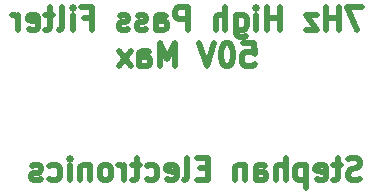
<source format=gbo>
%TF.GenerationSoftware,KiCad,Pcbnew,(6.0.6)*%
%TF.CreationDate,2023-03-09T17:56:09+01:00*%
%TF.ProjectId,dc_block,64635f62-6c6f-4636-9b2e-6b696361645f,rev?*%
%TF.SameCoordinates,Original*%
%TF.FileFunction,Legend,Bot*%
%TF.FilePolarity,Positive*%
%FSLAX46Y46*%
G04 Gerber Fmt 4.6, Leading zero omitted, Abs format (unit mm)*
G04 Created by KiCad (PCBNEW (6.0.6)) date 2023-03-09 17:56:09*
%MOMM*%
%LPD*%
G01*
G04 APERTURE LIST*
%ADD10C,0.475000*%
G04 APERTURE END LIST*
D10*
X131592857Y-82430023D02*
X130326190Y-82430023D01*
X131140476Y-84330023D01*
X129602380Y-84330023D02*
X129602380Y-82430023D01*
X129602380Y-83334785D02*
X128516666Y-83334785D01*
X128516666Y-84330023D02*
X128516666Y-82430023D01*
X127792857Y-83063357D02*
X126797619Y-83063357D01*
X127792857Y-84330023D01*
X126797619Y-84330023D01*
X124626190Y-84330023D02*
X124626190Y-82430023D01*
X124626190Y-83334785D02*
X123540476Y-83334785D01*
X123540476Y-84330023D02*
X123540476Y-82430023D01*
X122635714Y-84330023D02*
X122635714Y-83063357D01*
X122635714Y-82430023D02*
X122726190Y-82520500D01*
X122635714Y-82610976D01*
X122545238Y-82520500D01*
X122635714Y-82430023D01*
X122635714Y-82610976D01*
X120916666Y-83063357D02*
X120916666Y-84601452D01*
X121007142Y-84782404D01*
X121097619Y-84872880D01*
X121278571Y-84963357D01*
X121550000Y-84963357D01*
X121730952Y-84872880D01*
X120916666Y-84239547D02*
X121097619Y-84330023D01*
X121459523Y-84330023D01*
X121640476Y-84239547D01*
X121730952Y-84149071D01*
X121821428Y-83968119D01*
X121821428Y-83425261D01*
X121730952Y-83244309D01*
X121640476Y-83153833D01*
X121459523Y-83063357D01*
X121097619Y-83063357D01*
X120916666Y-83153833D01*
X120011904Y-84330023D02*
X120011904Y-82430023D01*
X119197619Y-84330023D02*
X119197619Y-83334785D01*
X119288095Y-83153833D01*
X119469047Y-83063357D01*
X119740476Y-83063357D01*
X119921428Y-83153833D01*
X120011904Y-83244309D01*
X116845238Y-84330023D02*
X116845238Y-82430023D01*
X116121428Y-82430023D01*
X115940476Y-82520500D01*
X115850000Y-82610976D01*
X115759523Y-82791928D01*
X115759523Y-83063357D01*
X115850000Y-83244309D01*
X115940476Y-83334785D01*
X116121428Y-83425261D01*
X116845238Y-83425261D01*
X114130952Y-84330023D02*
X114130952Y-83334785D01*
X114221428Y-83153833D01*
X114402380Y-83063357D01*
X114764285Y-83063357D01*
X114945238Y-83153833D01*
X114130952Y-84239547D02*
X114311904Y-84330023D01*
X114764285Y-84330023D01*
X114945238Y-84239547D01*
X115035714Y-84058595D01*
X115035714Y-83877642D01*
X114945238Y-83696690D01*
X114764285Y-83606214D01*
X114311904Y-83606214D01*
X114130952Y-83515738D01*
X113316666Y-84239547D02*
X113135714Y-84330023D01*
X112773809Y-84330023D01*
X112592857Y-84239547D01*
X112502380Y-84058595D01*
X112502380Y-83968119D01*
X112592857Y-83787166D01*
X112773809Y-83696690D01*
X113045238Y-83696690D01*
X113226190Y-83606214D01*
X113316666Y-83425261D01*
X113316666Y-83334785D01*
X113226190Y-83153833D01*
X113045238Y-83063357D01*
X112773809Y-83063357D01*
X112592857Y-83153833D01*
X111778571Y-84239547D02*
X111597619Y-84330023D01*
X111235714Y-84330023D01*
X111054761Y-84239547D01*
X110964285Y-84058595D01*
X110964285Y-83968119D01*
X111054761Y-83787166D01*
X111235714Y-83696690D01*
X111507142Y-83696690D01*
X111688095Y-83606214D01*
X111778571Y-83425261D01*
X111778571Y-83334785D01*
X111688095Y-83153833D01*
X111507142Y-83063357D01*
X111235714Y-83063357D01*
X111054761Y-83153833D01*
X108069047Y-83334785D02*
X108702380Y-83334785D01*
X108702380Y-84330023D02*
X108702380Y-82430023D01*
X107797619Y-82430023D01*
X107073809Y-84330023D02*
X107073809Y-83063357D01*
X107073809Y-82430023D02*
X107164285Y-82520500D01*
X107073809Y-82610976D01*
X106983333Y-82520500D01*
X107073809Y-82430023D01*
X107073809Y-82610976D01*
X105897619Y-84330023D02*
X106078571Y-84239547D01*
X106169047Y-84058595D01*
X106169047Y-82430023D01*
X105445238Y-83063357D02*
X104721428Y-83063357D01*
X105173809Y-82430023D02*
X105173809Y-84058595D01*
X105083333Y-84239547D01*
X104902380Y-84330023D01*
X104721428Y-84330023D01*
X103364285Y-84239547D02*
X103545238Y-84330023D01*
X103907142Y-84330023D01*
X104088095Y-84239547D01*
X104178571Y-84058595D01*
X104178571Y-83334785D01*
X104088095Y-83153833D01*
X103907142Y-83063357D01*
X103545238Y-83063357D01*
X103364285Y-83153833D01*
X103273809Y-83334785D01*
X103273809Y-83515738D01*
X104178571Y-83696690D01*
X102459523Y-84330023D02*
X102459523Y-83063357D01*
X102459523Y-83425261D02*
X102369047Y-83244309D01*
X102278571Y-83153833D01*
X102097619Y-83063357D01*
X101916666Y-83063357D01*
X121504761Y-85489023D02*
X122409523Y-85489023D01*
X122500000Y-86393785D01*
X122409523Y-86303309D01*
X122228571Y-86212833D01*
X121776190Y-86212833D01*
X121595238Y-86303309D01*
X121504761Y-86393785D01*
X121414285Y-86574738D01*
X121414285Y-87027119D01*
X121504761Y-87208071D01*
X121595238Y-87298547D01*
X121776190Y-87389023D01*
X122228571Y-87389023D01*
X122409523Y-87298547D01*
X122500000Y-87208071D01*
X120238095Y-85489023D02*
X120057142Y-85489023D01*
X119876190Y-85579500D01*
X119785714Y-85669976D01*
X119695238Y-85850928D01*
X119604761Y-86212833D01*
X119604761Y-86665214D01*
X119695238Y-87027119D01*
X119785714Y-87208071D01*
X119876190Y-87298547D01*
X120057142Y-87389023D01*
X120238095Y-87389023D01*
X120419047Y-87298547D01*
X120509523Y-87208071D01*
X120600000Y-87027119D01*
X120690476Y-86665214D01*
X120690476Y-86212833D01*
X120600000Y-85850928D01*
X120509523Y-85669976D01*
X120419047Y-85579500D01*
X120238095Y-85489023D01*
X119061904Y-85489023D02*
X118428571Y-87389023D01*
X117795238Y-85489023D01*
X115714285Y-87389023D02*
X115714285Y-85489023D01*
X115080952Y-86846166D01*
X114447619Y-85489023D01*
X114447619Y-87389023D01*
X112728571Y-87389023D02*
X112728571Y-86393785D01*
X112819047Y-86212833D01*
X113000000Y-86122357D01*
X113361904Y-86122357D01*
X113542857Y-86212833D01*
X112728571Y-87298547D02*
X112909523Y-87389023D01*
X113361904Y-87389023D01*
X113542857Y-87298547D01*
X113633333Y-87117595D01*
X113633333Y-86936642D01*
X113542857Y-86755690D01*
X113361904Y-86665214D01*
X112909523Y-86665214D01*
X112728571Y-86574738D01*
X112004761Y-87389023D02*
X111009523Y-86122357D01*
X112004761Y-86122357D02*
X111009523Y-87389023D01*
X131433333Y-96969047D02*
X131161904Y-97059523D01*
X130709523Y-97059523D01*
X130528571Y-96969047D01*
X130438095Y-96878571D01*
X130347619Y-96697619D01*
X130347619Y-96516666D01*
X130438095Y-96335714D01*
X130528571Y-96245238D01*
X130709523Y-96154761D01*
X131071428Y-96064285D01*
X131252380Y-95973809D01*
X131342857Y-95883333D01*
X131433333Y-95702380D01*
X131433333Y-95521428D01*
X131342857Y-95340476D01*
X131252380Y-95250000D01*
X131071428Y-95159523D01*
X130619047Y-95159523D01*
X130347619Y-95250000D01*
X129804761Y-95792857D02*
X129080952Y-95792857D01*
X129533333Y-95159523D02*
X129533333Y-96788095D01*
X129442857Y-96969047D01*
X129261904Y-97059523D01*
X129080952Y-97059523D01*
X127723809Y-96969047D02*
X127904761Y-97059523D01*
X128266666Y-97059523D01*
X128447619Y-96969047D01*
X128538095Y-96788095D01*
X128538095Y-96064285D01*
X128447619Y-95883333D01*
X128266666Y-95792857D01*
X127904761Y-95792857D01*
X127723809Y-95883333D01*
X127633333Y-96064285D01*
X127633333Y-96245238D01*
X128538095Y-96426190D01*
X126819047Y-95792857D02*
X126819047Y-97692857D01*
X126819047Y-95883333D02*
X126638095Y-95792857D01*
X126276190Y-95792857D01*
X126095238Y-95883333D01*
X126004761Y-95973809D01*
X125914285Y-96154761D01*
X125914285Y-96697619D01*
X126004761Y-96878571D01*
X126095238Y-96969047D01*
X126276190Y-97059523D01*
X126638095Y-97059523D01*
X126819047Y-96969047D01*
X125100000Y-97059523D02*
X125100000Y-95159523D01*
X124285714Y-97059523D02*
X124285714Y-96064285D01*
X124376190Y-95883333D01*
X124557142Y-95792857D01*
X124828571Y-95792857D01*
X125009523Y-95883333D01*
X125100000Y-95973809D01*
X122566666Y-97059523D02*
X122566666Y-96064285D01*
X122657142Y-95883333D01*
X122838095Y-95792857D01*
X123200000Y-95792857D01*
X123380952Y-95883333D01*
X122566666Y-96969047D02*
X122747619Y-97059523D01*
X123200000Y-97059523D01*
X123380952Y-96969047D01*
X123471428Y-96788095D01*
X123471428Y-96607142D01*
X123380952Y-96426190D01*
X123200000Y-96335714D01*
X122747619Y-96335714D01*
X122566666Y-96245238D01*
X121661904Y-95792857D02*
X121661904Y-97059523D01*
X121661904Y-95973809D02*
X121571428Y-95883333D01*
X121390476Y-95792857D01*
X121119047Y-95792857D01*
X120938095Y-95883333D01*
X120847619Y-96064285D01*
X120847619Y-97059523D01*
X118495238Y-96064285D02*
X117861904Y-96064285D01*
X117590476Y-97059523D02*
X118495238Y-97059523D01*
X118495238Y-95159523D01*
X117590476Y-95159523D01*
X116504761Y-97059523D02*
X116685714Y-96969047D01*
X116776190Y-96788095D01*
X116776190Y-95159523D01*
X115057142Y-96969047D02*
X115238095Y-97059523D01*
X115600000Y-97059523D01*
X115780952Y-96969047D01*
X115871428Y-96788095D01*
X115871428Y-96064285D01*
X115780952Y-95883333D01*
X115600000Y-95792857D01*
X115238095Y-95792857D01*
X115057142Y-95883333D01*
X114966666Y-96064285D01*
X114966666Y-96245238D01*
X115871428Y-96426190D01*
X113338095Y-96969047D02*
X113519047Y-97059523D01*
X113880952Y-97059523D01*
X114061904Y-96969047D01*
X114152380Y-96878571D01*
X114242857Y-96697619D01*
X114242857Y-96154761D01*
X114152380Y-95973809D01*
X114061904Y-95883333D01*
X113880952Y-95792857D01*
X113519047Y-95792857D01*
X113338095Y-95883333D01*
X112795238Y-95792857D02*
X112071428Y-95792857D01*
X112523809Y-95159523D02*
X112523809Y-96788095D01*
X112433333Y-96969047D01*
X112252380Y-97059523D01*
X112071428Y-97059523D01*
X111438095Y-97059523D02*
X111438095Y-95792857D01*
X111438095Y-96154761D02*
X111347619Y-95973809D01*
X111257142Y-95883333D01*
X111076190Y-95792857D01*
X110895238Y-95792857D01*
X109990476Y-97059523D02*
X110171428Y-96969047D01*
X110261904Y-96878571D01*
X110352380Y-96697619D01*
X110352380Y-96154761D01*
X110261904Y-95973809D01*
X110171428Y-95883333D01*
X109990476Y-95792857D01*
X109719047Y-95792857D01*
X109538095Y-95883333D01*
X109447619Y-95973809D01*
X109357142Y-96154761D01*
X109357142Y-96697619D01*
X109447619Y-96878571D01*
X109538095Y-96969047D01*
X109719047Y-97059523D01*
X109990476Y-97059523D01*
X108542857Y-95792857D02*
X108542857Y-97059523D01*
X108542857Y-95973809D02*
X108452380Y-95883333D01*
X108271428Y-95792857D01*
X108000000Y-95792857D01*
X107819047Y-95883333D01*
X107728571Y-96064285D01*
X107728571Y-97059523D01*
X106823809Y-97059523D02*
X106823809Y-95792857D01*
X106823809Y-95159523D02*
X106914285Y-95250000D01*
X106823809Y-95340476D01*
X106733333Y-95250000D01*
X106823809Y-95159523D01*
X106823809Y-95340476D01*
X105104761Y-96969047D02*
X105285714Y-97059523D01*
X105647619Y-97059523D01*
X105828571Y-96969047D01*
X105919047Y-96878571D01*
X106009523Y-96697619D01*
X106009523Y-96154761D01*
X105919047Y-95973809D01*
X105828571Y-95883333D01*
X105647619Y-95792857D01*
X105285714Y-95792857D01*
X105104761Y-95883333D01*
X104380952Y-96969047D02*
X104200000Y-97059523D01*
X103838095Y-97059523D01*
X103657142Y-96969047D01*
X103566666Y-96788095D01*
X103566666Y-96697619D01*
X103657142Y-96516666D01*
X103838095Y-96426190D01*
X104109523Y-96426190D01*
X104290476Y-96335714D01*
X104380952Y-96154761D01*
X104380952Y-96064285D01*
X104290476Y-95883333D01*
X104109523Y-95792857D01*
X103838095Y-95792857D01*
X103657142Y-95883333D01*
M02*

</source>
